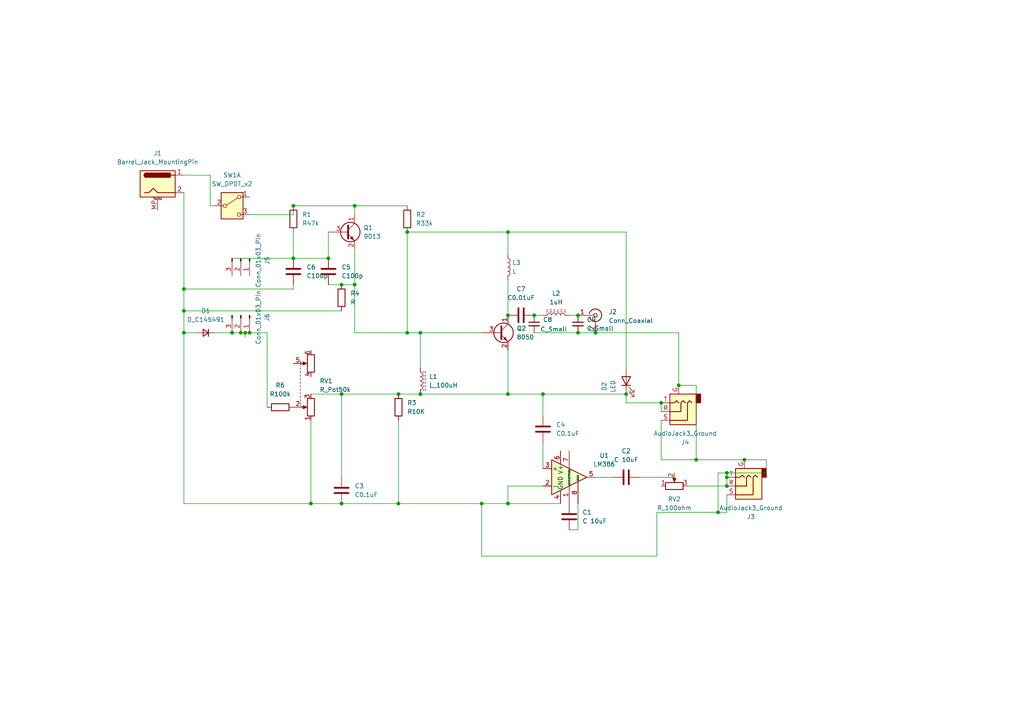
<source format=kicad_sch>
(kicad_sch (version 20231120) (generator "eeschema") (generator_version "8.0")
  (paper "A4")
  (lib_symbols
    (symbol "Amplifier_Audio:LM386" (pin_names (offset 0.127))
      (property "Reference" "U" (at 1.27 7.62 0))
      (property "Value" "LM386" (at 1.27 5.08 0))
      (symbol "LM386_0_1"
        (polyline (pts (xy 5.08 0) (xy -5.08 5.08) (xy -5.08 -5.08) (xy 5.08 0)) (stroke (width 0.254)) (fill (type background)))
      )
      (symbol "LM386_1_1"
        (pin input line (at 0 -7.62 90) (length 5.08) (name "GAIN") (number "1"))
        (pin input line (at -7.62 -2.54 0) (length 2.54) (name "-") (number "2"))
        (pin input line (at -7.62 2.54 0) (length 2.54) (name "+") (number "3"))
        (pin power_in line (at -2.54 -7.62 90) (length 3.81) (name "GND") (number "4"))
        (pin output line (at 7.62 0 180) (length 2.54) (name "~") (number "5"))
        (pin power_in line (at -2.54 7.62 270) (length 3.81) (name "V+") (number "6"))
        (pin input line (at 0 7.62 270) (length 5.08) (name "BYPASS") (number "7"))
        (pin input line (at 2.54 -7.62 90) (length 6.35) (name "GAIN") (number "8"))
      )
    )
    (symbol "Connector:Barrel_Jack_MountingPin" (pin_names hide)
      (property "Reference" "J" (at 0 5.334 0))
      (property "Value" "Barrel_Jack_MountingPin" (at 1.27 -6.35 0))
      (symbol "Barrel_Jack_MountingPin_0_1"
        (rectangle (start -5.08 3.81) (end 5.08 -3.81) (stroke (width 0.254)) (fill (type background)))
        (arc (start -3.302 3.175) (mid -3.9343 2.54) (end -3.302 1.905) (stroke (width 0.254)))
        (arc (start -3.302 3.175) (mid -3.9343 2.54) (end -3.302 1.905) (stroke (width 0.254)) (fill (type outline)))
        (polyline (pts (xy 5.08 2.54) (xy 3.81 2.54)) (stroke (width 0.254)))
        (polyline (pts (xy -3.81 -2.54) (xy -2.54 -2.54) (xy -1.27 -1.27) (xy 0 -2.54) (xy 2.54 -2.54) (xy 5.08 -2.54)) (stroke (width 0.254)))
        (rectangle (start 3.683 3.175) (end -3.302 1.905) (stroke (width 0.254)) (fill (type outline)))
      )
      (symbol "Barrel_Jack_MountingPin_1_1"
        (polyline (pts (xy -1.016 -4.572) (xy 1.016 -4.572)) (stroke (width 0.1524)))
        (text "Mounting" (at 0 -4.191 0) (effects (font (size 0.381 0.381))))
        (pin passive line (at 7.62 2.54 180) (length 2.54) (name "~") (number "1"))
        (pin passive line (at 7.62 -2.54 180) (length 2.54) (name "~") (number "2"))
        (pin passive line (at 0 -7.62 90) (length 3.048) (name "MountPin") (number "MP"))
      )
    )
    (symbol "Connector:Conn_01x03_Pin" (pin_names (offset 1.016) hide)
      (property "Reference" "J" (at 0 5.08 0))
      (property "Value" "Conn_01x03_Pin" (at 0 -5.08 0))
      (symbol "Conn_01x03_Pin_1_1"
        (polyline (pts (xy 1.27 -2.54) (xy 0.8636 -2.54)) (stroke (width 0.1524)))
        (polyline (pts (xy 1.27 0) (xy 0.8636 0)) (stroke (width 0.1524)))
        (polyline (pts (xy 1.27 2.54) (xy 0.8636 2.54)) (stroke (width 0.1524)))
        (rectangle (start 0.8636 -2.413) (end 0 -2.667) (stroke (width 0.1524)) (fill (type outline)))
        (rectangle (start 0.8636 0.127) (end 0 -0.127) (stroke (width 0.1524)) (fill (type outline)))
        (rectangle (start 0.8636 2.667) (end 0 2.413) (stroke (width 0.1524)) (fill (type outline)))
        (pin passive line (at 5.08 2.54 180) (length 3.81) (name "Pin_1") (number "1"))
        (pin passive line (at 5.08 0 180) (length 3.81) (name "Pin_2") (number "2"))
        (pin passive line (at 5.08 -2.54 180) (length 3.81) (name "Pin_3") (number "3"))
      )
    )
    (symbol "Connector:Conn_Coaxial" (pin_names (offset 1.016) hide)
      (property "Reference" "J" (at 0.254 3.048 0))
      (property "Value" "Conn_Coaxial" (at 2.921 0 90))
      (symbol "Conn_Coaxial_0_1"
        (arc (start -1.778 -0.508) (mid 0.2311 -1.8066) (end 1.778 0) (stroke (width 0.254)))
        (polyline (pts (xy -2.54 0) (xy -0.508 0)))
        (polyline (pts (xy 0 -2.54) (xy 0 -1.778)))
        (circle (center 0 0) (radius 0.508) (stroke (width 0.2032)))
        (arc (start 1.778 0) (mid 0.2099 1.8101) (end -1.778 0.508) (stroke (width 0.254)))
      )
      (symbol "Conn_Coaxial_1_1"
        (pin passive line (at -5.08 0 0) (length 2.54) (name "In") (number "1"))
        (pin passive line (at 0 -5.08 90) (length 2.54) (name "Ext") (number "2"))
      )
    )
    (symbol "Connector_Audio:AudioJack3_Ground"
      (property "Reference" "J" (at 0 8.89 0))
      (property "Value" "AudioJack3_Ground" (at 0 6.35 0))
      (symbol "AudioJack3_Ground_0_1"
        (rectangle (start -5.08 -2.54) (end -6.35 -5.08) (stroke (width 0.254)) (fill (type outline)))
        (polyline (pts (xy 0 -2.54) (xy 0.635 -3.175) (xy 1.27 -2.54) (xy 2.54 -2.54)) (stroke (width 0.254)))
        (polyline (pts (xy -1.905 -2.54) (xy -1.27 -3.175) (xy -0.635 -2.54) (xy -0.635 0) (xy 2.54 0)) (stroke (width 0.254)))
        (polyline (pts (xy 2.54 2.54) (xy -2.54 2.54) (xy -2.54 -2.54) (xy -3.175 -3.175) (xy -3.81 -2.54)) (stroke (width 0.254)))
        (rectangle (start 2.54 3.81) (end -5.08 -5.08) (stroke (width 0.254)) (fill (type background)))
      )
      (symbol "AudioJack3_Ground_1_1"
        (pin passive line (at 0 -7.62 90) (length 2.54) (name "~") (number "G"))
        (pin passive line (at 5.08 0 180) (length 2.54) (name "~") (number "R"))
        (pin passive line (at 5.08 2.54 180) (length 2.54) (name "~") (number "S"))
        (pin passive line (at 5.08 -2.54 180) (length 2.54) (name "~") (number "T"))
      )
    )
    (symbol "Device:C" (pin_numbers hide) (pin_names (offset 0.254))
      (property "Reference" "C" (at 0.635 2.54 0))
      (property "Value" "C" (at 0.635 -2.54 0))
      (symbol "C_0_1"
        (polyline (pts (xy -2.032 -0.762) (xy 2.032 -0.762)) (stroke (width 0.508)))
        (polyline (pts (xy -2.032 0.762) (xy 2.032 0.762)) (stroke (width 0.508)))
      )
      (symbol "C_1_1"
        (pin passive line (at 0 3.81 270) (length 2.794) (name "~") (number "1"))
        (pin passive line (at 0 -3.81 90) (length 2.794) (name "~") (number "2"))
      )
    )
    (symbol "Device:C_Small" (pin_numbers hide) (pin_names (offset 0.254) hide)
      (property "Reference" "C" (at 0.254 1.778 0))
      (property "Value" "C_Small" (at 0.254 -2.032 0))
      (symbol "C_Small_0_1"
        (polyline (pts (xy -1.524 -0.508) (xy 1.524 -0.508)) (stroke (width 0.3302)))
        (polyline (pts (xy -1.524 0.508) (xy 1.524 0.508)) (stroke (width 0.3048)))
      )
      (symbol "C_Small_1_1"
        (pin passive line (at 0 2.54 270) (length 2.032) (name "~") (number "1"))
        (pin passive line (at 0 -2.54 90) (length 2.032) (name "~") (number "2"))
      )
    )
    (symbol "Device:D_Small" (pin_numbers hide) (pin_names (offset 0.254) hide)
      (property "Reference" "D" (at -1.27 2.032 0))
      (property "Value" "D_Small" (at -3.81 -2.032 0))
      (symbol "D_Small_0_1"
        (polyline (pts (xy -0.762 -1.016) (xy -0.762 1.016)) (stroke (width 0.254)))
        (polyline (pts (xy -0.762 0) (xy 0.762 0)))
        (polyline (pts (xy 0.762 -1.016) (xy -0.762 0) (xy 0.762 1.016) (xy 0.762 -1.016)) (stroke (width 0.254)))
      )
      (symbol "D_Small_1_1"
        (pin passive line (at -2.54 0 0) (length 1.778) (name "K") (number "1"))
        (pin passive line (at 2.54 0 180) (length 1.778) (name "A") (number "2"))
      )
    )
    (symbol "Device:L" (pin_numbers hide) (pin_names (offset 1.016) hide)
      (property "Reference" "L" (at -1.27 0 90))
      (property "Value" "L" (at 1.905 0 90))
      (symbol "L_0_1"
        (arc (start 0 -2.54) (mid 0.6323 -1.905) (end 0 -1.27))
        (arc (start 0 -1.27) (mid 0.6323 -0.635) (end 0 0))
        (arc (start 0 0) (mid 0.6323 0.635) (end 0 1.27))
        (arc (start 0 1.27) (mid 0.6323 1.905) (end 0 2.54))
      )
      (symbol "L_1_1"
        (pin passive line (at 0 3.81 270) (length 1.27) (name "1") (number "1"))
        (pin passive line (at 0 -3.81 90) (length 1.27) (name "2") (number "2"))
      )
    )
    (symbol "Device:LED" (pin_numbers hide) (pin_names (offset 1.016) hide)
      (property "Reference" "D" (at 0 2.54 0))
      (property "Value" "LED" (at 0 -2.54 0))
      (symbol "LED_0_1"
        (polyline (pts (xy -1.27 -1.27) (xy -1.27 1.27)) (stroke (width 0.254)))
        (polyline (pts (xy -1.27 0) (xy 1.27 0)))
        (polyline (pts (xy 1.27 -1.27) (xy 1.27 1.27) (xy -1.27 0) (xy 1.27 -1.27)) (stroke (width 0.254)))
        (polyline (pts (xy -3.048 -0.762) (xy -4.572 -2.286) (xy -3.81 -2.286) (xy -4.572 -2.286) (xy -4.572 -1.524)))
        (polyline (pts (xy -1.778 -0.762) (xy -3.302 -2.286) (xy -2.54 -2.286) (xy -3.302 -2.286) (xy -3.302 -1.524)))
      )
      (symbol "LED_1_1"
        (pin passive line (at -3.81 0 0) (length 2.54) (name "K") (number "1"))
        (pin passive line (at 3.81 0 180) (length 2.54) (name "A") (number "2"))
      )
    )
    (symbol "Device:L_Ferrite" (pin_numbers hide) (pin_names (offset 1.016) hide)
      (property "Reference" "L" (at -1.27 0 90))
      (property "Value" "L_Ferrite" (at 2.794 0 90))
      (symbol "L_Ferrite_0_1"
        (arc (start 0 -2.54) (mid 0.6323 -1.905) (end 0 -1.27))
        (arc (start 0 -1.27) (mid 0.6323 -0.635) (end 0 0))
        (polyline (pts (xy 1.016 -2.794) (xy 1.016 -2.286)))
        (polyline (pts (xy 1.016 -1.778) (xy 1.016 -1.27)))
        (polyline (pts (xy 1.016 -0.762) (xy 1.016 -0.254)))
        (polyline (pts (xy 1.016 0.254) (xy 1.016 0.762)))
        (polyline (pts (xy 1.016 1.27) (xy 1.016 1.778)))
        (polyline (pts (xy 1.016 2.286) (xy 1.016 2.794)))
        (polyline (pts (xy 1.524 -2.286) (xy 1.524 -2.794)))
        (polyline (pts (xy 1.524 -1.27) (xy 1.524 -1.778)))
        (polyline (pts (xy 1.524 -0.254) (xy 1.524 -0.762)))
        (polyline (pts (xy 1.524 0.762) (xy 1.524 0.254)))
        (polyline (pts (xy 1.524 1.778) (xy 1.524 1.27)))
        (polyline (pts (xy 1.524 2.794) (xy 1.524 2.286)))
        (arc (start 0 0) (mid 0.6323 0.635) (end 0 1.27))
        (arc (start 0 1.27) (mid 0.6323 1.905) (end 0 2.54))
      )
      (symbol "L_Ferrite_1_1"
        (pin passive line (at 0 3.81 270) (length 1.27) (name "1") (number "1"))
        (pin passive line (at 0 -3.81 90) (length 1.27) (name "2") (number "2"))
      )
    )
    (symbol "Device:R" (pin_numbers hide) (pin_names (offset 0))
      (property "Reference" "R" (at 2.032 0 90))
      (property "Value" "R" (at 0 0 90))
      (symbol "R_0_1"
        (rectangle (start -1.016 -2.54) (end 1.016 2.54) (stroke (width 0.254)))
      )
      (symbol "R_1_1"
        (pin passive line (at 0 3.81 270) (length 1.27) (name "~") (number "1"))
        (pin passive line (at 0 -3.81 90) (length 1.27) (name "~") (number "2"))
      )
    )
    (symbol "Device:R_Potentiometer" (pin_names (offset 1.016) hide)
      (property "Reference" "RV" (at -4.445 0 90))
      (property "Value" "R_Potentiometer" (at -2.54 0 90))
      (symbol "R_Potentiometer_0_1"
        (polyline (pts (xy 2.54 0) (xy 1.524 0)))
        (polyline (pts (xy 1.143 0) (xy 2.286 0.508) (xy 2.286 -0.508) (xy 1.143 0)) (fill (type outline)))
        (rectangle (start 1.016 2.54) (end -1.016 -2.54) (stroke (width 0.254)))
      )
      (symbol "R_Potentiometer_1_1"
        (pin passive line (at 0 3.81 270) (length 1.27) (name "1") (number "1"))
        (pin passive line (at 3.81 0 180) (length 1.27) (name "2") (number "2"))
        (pin passive line (at 0 -3.81 90) (length 1.27) (name "3") (number "3"))
      )
    )
    (symbol "Device:R_Potentiometer_Dual" (pin_names (offset 1.016) hide)
      (property "Reference" "RV" (at 0 3.81 0))
      (property "Value" "R_Potentiometer_Dual" (at 0 1.905 0))
      (symbol "R_Potentiometer_Dual_0_1"
        (rectangle (start -8.89 -1.524) (end -3.81 -3.556) (stroke (width 0.254)))
        (polyline (pts (xy -6.35 0) (xy -6.35 -1.016)))
        (polyline (pts (xy -6.35 0) (xy -6.35 -1.016)))
        (polyline (pts (xy -6.35 0) (xy -5.842 0.508)))
        (polyline (pts (xy -5.588 0.508) (xy -5.08 0.508)))
        (polyline (pts (xy -4.572 0.508) (xy -4.064 0.508)))
        (polyline (pts (xy -3.556 0.508) (xy -3.048 0.508)))
        (polyline (pts (xy -2.54 0.508) (xy -2.032 0.508)))
        (polyline (pts (xy -1.524 0.508) (xy -1.016 0.508)))
        (polyline (pts (xy -0.508 0.508) (xy 0 0.508)))
        (polyline (pts (xy 0.508 0.508) (xy 1.016 0.508)))
        (polyline (pts (xy 1.524 0.508) (xy 2.032 0.508)))
        (polyline (pts (xy 2.54 0.508) (xy 3.048 0.508)))
        (polyline (pts (xy 3.556 0.508) (xy 4.064 0.508)))
        (polyline (pts (xy 4.572 0.508) (xy 5.08 0.508)))
        (polyline (pts (xy 5.588 0.508) (xy 6.096 0.508)))
        (polyline (pts (xy 6.35 0) (xy 6.35 -1.016)))
        (polyline (pts (xy 6.35 0) (xy 6.35 -1.016)))
        (polyline (pts (xy 6.604 0.508) (xy 6.858 0.508) (xy 6.35 0)))
        (polyline (pts (xy -6.35 -1.397) (xy -6.858 -0.254) (xy -5.842 -0.254) (xy -6.35 -1.397)) (fill (type outline)))
        (polyline (pts (xy 6.35 -1.397) (xy 5.842 -0.254) (xy 6.858 -0.254) (xy 6.35 -1.397)) (fill (type outline)))
        (rectangle (start 3.81 -1.524) (end 8.89 -3.556) (stroke (width 0.254)))
      )
      (symbol "R_Potentiometer_Dual_1_1"
        (pin passive line (at -10.16 -2.54 0) (length 1.27) (name "1") (number "1"))
        (pin passive line (at -6.35 2.54 270) (length 2.54) (name "2") (number "2"))
        (pin passive line (at -2.54 -2.54 180) (length 1.27) (name "3") (number "3"))
        (pin passive line (at 2.54 -2.54 0) (length 1.27) (name "4") (number "4"))
        (pin passive line (at 6.35 2.54 270) (length 2.54) (name "5") (number "5"))
        (pin passive line (at 10.16 -2.54 180) (length 1.27) (name "6") (number "6"))
      )
    )
    (symbol "Switch:SW_DPDT_x2" (pin_names (offset 0) hide)
      (property "Reference" "SW" (at 0 5.08 0))
      (property "Value" "SW_DPDT_x2" (at 0 -5.08 0))
      (symbol "SW_DPDT_x2_0_0"
        (circle (center -2.032 0) (radius 0.508))
        (circle (center 2.032 -2.54) (radius 0.508))
      )
      (symbol "SW_DPDT_x2_0_1"
        (rectangle (start -3.175 3.81) (end 3.175 -3.81) (stroke (width 0.254)) (fill (type background)))
        (polyline (pts (xy -1.524 0.254) (xy 1.5748 2.286)))
        (circle (center 2.032 2.54) (radius 0.508))
      )
      (symbol "SW_DPDT_x2_1_1"
        (pin passive line (at 5.08 2.54 180) (length 2.54) (name "A") (number "1"))
        (pin passive line (at -5.08 0 0) (length 2.54) (name "B") (number "2"))
        (pin passive line (at 5.08 -2.54 180) (length 2.54) (name "C") (number "3"))
      )
      (symbol "SW_DPDT_x2_2_1"
        (pin passive line (at 5.08 2.54 180) (length 2.54) (name "A") (number "4"))
        (pin passive line (at -5.08 0 0) (length 2.54) (name "B") (number "5"))
        (pin passive line (at 5.08 -2.54 180) (length 2.54) (name "C") (number "6"))
      )
    )
    (symbol "Transistor_BJT:BF199" (pin_names (offset 0) hide)
      (property "Reference" "Q" (at 5.08 1.905 0))
      (property "Value" "BF199" (at 5.08 0 0))
      (symbol "BF199_0_1"
        (polyline (pts (xy 0.635 0.635) (xy 2.54 2.54)))
        (polyline (pts (xy 0.635 -0.635) (xy 2.54 -2.54) (xy 2.54 -2.54)))
        (polyline (pts (xy 0.635 1.905) (xy 0.635 -1.905) (xy 0.635 -1.905)) (stroke (width 0.508)))
        (polyline (pts (xy 1.27 -1.778) (xy 1.778 -1.27) (xy 2.286 -2.286) (xy 1.27 -1.778) (xy 1.27 -1.778)) (fill (type outline)))
        (circle (center 1.27 0) (radius 2.8194) (stroke (width 0.254)))
      )
      (symbol "BF199_1_1"
        (pin passive line (at 2.54 5.08 270) (length 2.54) (name "C") (number "1"))
        (pin passive line (at 2.54 -5.08 90) (length 2.54) (name "E") (number "2"))
        (pin input line (at -5.08 0 0) (length 5.715) (name "B") (number "3"))
      )
    )
  )
  (junction (at 118.11 67.31))
  (junction (at 121.92 114.3))
  (junction (at 208.28 148.59))
  (junction (at 102.87 82.55))
  (junction (at 172.72 96.52))
  (junction (at 99.06 146.05))
  (junction (at 196.85 111.76))
  (junction (at 99.06 114.3))
  (junction (at 115.57 114.3))
  (junction (at 210.82 137.16))
  (junction (at 85.09 59.69))
  (junction (at 157.48 114.3))
  (junction (at 147.32 91.44))
  (junction (at 53.34 83.82))
  (junction (at 210.82 138.43))
  (junction (at 181.61 114.3))
  (junction (at 121.92 96.52))
  (junction (at 102.87 59.69))
  (junction (at 139.7 146.05))
  (junction (at 53.34 96.52))
  (junction (at 67.31 96.52))
  (junction (at 53.34 90.17))
  (junction (at 147.32 146.05))
  (junction (at 71.12 96.52))
  (junction (at 154.94 91.44))
  (junction (at 167.64 96.52))
  (junction (at 215.9 133.35))
  (junction (at 69.85 96.52))
  (junction (at 95.25 74.93))
  (junction (at 210.82 140.97))
  (junction (at 90.17 146.05))
  (junction (at 191.77 116.84))
  (junction (at 201.93 133.35))
  (junction (at 147.32 114.3))
  (junction (at 147.32 67.31))
  (junction (at 85.09 74.93))
  (junction (at 118.11 96.52))
  (junction (at 115.57 146.05))
  (junction (at 167.64 91.44))
  (junction (at 72.39 96.52))
  (junction (at 99.06 82.55))
  (wire (pts (xy 53.34 83.82) (xy 53.34 55.88)))
  (wire (pts (xy 102.87 96.52) (xy 118.11 96.52)))
  (wire (pts (xy 191.77 121.92) (xy 191.77 133.35)))
  (wire (pts (xy 102.87 59.69) (xy 118.11 59.69)))
  (wire (pts (xy 195.58 138.43) (xy 195.58 137.16)))
  (wire (pts (xy 201.93 111.76) (xy 196.85 111.76)))
  (wire (pts (xy 190.5 161.29) (xy 139.7 161.29)))
  (wire (pts (xy 181.61 106.68) (xy 181.61 67.31)))
  (wire (pts (xy 147.32 101.6) (xy 147.32 114.3)))
  (wire (pts (xy 62.23 96.52) (xy 67.31 96.52)))
  (wire (pts (xy 99.06 82.55) (xy 102.87 82.55)))
  (wire (pts (xy 210.82 137.16) (xy 208.28 137.16)))
  (wire (pts (xy 196.85 96.52) (xy 196.85 111.76)))
  (wire (pts (xy 90.17 146.05) (xy 99.06 146.05)))
  (wire (pts (xy 60.96 59.69) (xy 62.23 59.69)))
  (wire (pts (xy 60.96 50.8) (xy 60.96 59.69)))
  (wire (pts (xy 154.94 91.44) (xy 157.48 91.44)))
  (wire (pts (xy 95.25 67.31) (xy 95.25 74.93)))
  (wire (pts (xy 147.32 140.97) (xy 147.32 146.05)))
  (wire (pts (xy 121.92 114.3) (xy 147.32 114.3)))
  (wire (pts (xy 215.9 133.35) (xy 201.93 133.35)))
  (wire (pts (xy 118.11 67.31) (xy 118.11 96.52)))
  (wire (pts (xy 115.57 146.05) (xy 139.7 146.05)))
  (wire (pts (xy 210.82 140.97) (xy 210.82 138.43)))
  (wire (pts (xy 95.25 74.93) (xy 85.09 74.93)))
  (wire (pts (xy 210.82 148.59) (xy 208.28 148.59)))
  (wire (pts (xy 208.28 137.16) (xy 208.28 148.59)))
  (wire (pts (xy 157.48 140.97) (xy 147.32 140.97)))
  (wire (pts (xy 85.09 59.69) (xy 102.87 59.69)))
  (wire (pts (xy 167.64 153.67) (xy 167.64 146.05)))
  (wire (pts (xy 115.57 114.3) (xy 121.92 114.3)))
  (wire (pts (xy 222.25 133.35) (xy 222.25 137.16)))
  (wire (pts (xy 147.32 67.31) (xy 118.11 67.31)))
  (wire (pts (xy 85.09 62.23) (xy 85.09 59.69)))
  (wire (pts (xy 90.17 121.92) (xy 90.17 146.05)))
  (wire (pts (xy 99.06 146.05) (xy 115.57 146.05)))
  (wire (pts (xy 72.39 62.23) (xy 85.09 62.23)))
  (wire (pts (xy 181.61 114.3) (xy 157.48 114.3)))
  (wire (pts (xy 208.28 148.59) (xy 190.5 148.59)))
  (wire (pts (xy 181.61 67.31) (xy 147.32 67.31)))
  (wire (pts (xy 191.77 133.35) (xy 201.93 133.35)))
  (wire (pts (xy 90.17 114.3) (xy 99.06 114.3)))
  (wire (pts (xy 121.92 96.52) (xy 139.7 96.52)))
  (wire (pts (xy 71.12 96.52) (xy 72.39 96.52)))
  (wire (pts (xy 71.12 96.52) (xy 69.85 96.52)))
  (wire (pts (xy 85.09 74.93) (xy 85.09 67.31)))
  (wire (pts (xy 165.1 153.67) (xy 167.64 153.67)))
  (wire (pts (xy 147.32 114.3) (xy 157.48 114.3)))
  (wire (pts (xy 139.7 161.29) (xy 139.7 146.05)))
  (wire (pts (xy 102.87 72.39) (xy 102.87 82.55)))
  (wire (pts (xy 53.34 146.05) (xy 53.34 96.52)))
  (wire (pts (xy 99.06 90.17) (xy 53.34 90.17)))
  (wire (pts (xy 191.77 116.84) (xy 191.77 119.38)))
  (wire (pts (xy 215.9 133.35) (xy 222.25 133.35)))
  (wire (pts (xy 222.25 137.16) (xy 210.82 137.16)))
  (wire (pts (xy 167.64 96.52) (xy 172.72 96.52)))
  (wire (pts (xy 210.82 143.51) (xy 210.82 148.59)))
  (wire (pts (xy 157.48 114.3) (xy 157.48 120.65)))
  (wire (pts (xy 67.31 74.93) (xy 85.09 74.93)))
  (wire (pts (xy 172.72 96.52) (xy 196.85 96.52)))
  (wire (pts (xy 95.25 82.55) (xy 99.06 82.55)))
  (wire (pts (xy 181.61 116.84) (xy 181.61 114.3)))
  (wire (pts (xy 71.12 97.79) (xy 71.12 96.52)))
  (wire (pts (xy 99.06 114.3) (xy 99.06 138.43)))
  (wire (pts (xy 102.87 82.55) (xy 102.87 96.52)))
  (wire (pts (xy 157.48 128.27) (xy 157.48 135.89)))
  (wire (pts (xy 147.32 67.31) (xy 147.32 73.66)))
  (wire (pts (xy 115.57 121.92) (xy 115.57 146.05)))
  (wire (pts (xy 121.92 106.68) (xy 121.92 96.52)))
  (wire (pts (xy 154.94 96.52) (xy 167.64 96.52)))
  (wire (pts (xy 190.5 148.59) (xy 190.5 161.29)))
  (wire (pts (xy 99.06 114.3) (xy 115.57 114.3)))
  (wire (pts (xy 199.39 140.97) (xy 210.82 140.97)))
  (wire (pts (xy 53.34 83.82) (xy 53.34 90.17)))
  (wire (pts (xy 72.39 96.52) (xy 77.47 96.52)))
  (wire (pts (xy 147.32 146.05) (xy 162.56 146.05)))
  (wire (pts (xy 182.88 114.3) (xy 182.88 113.03)))
  (wire (pts (xy 53.34 50.8) (xy 60.96 50.8)))
  (wire (pts (xy 201.93 111.76) (xy 201.93 133.35)))
  (wire (pts (xy 147.32 81.28) (xy 147.32 91.44)))
  (wire (pts (xy 67.31 96.52) (xy 69.85 96.52)))
  (wire (pts (xy 191.77 116.84) (xy 181.61 116.84)))
  (wire (pts (xy 118.11 96.52) (xy 121.92 96.52)))
  (wire (pts (xy 53.34 90.17) (xy 53.34 96.52)))
  (wire (pts (xy 172.72 138.43) (xy 177.8 138.43)))
  (wire (pts (xy 102.87 59.69) (xy 102.87 62.23)))
  (wire (pts (xy 185.42 138.43) (xy 195.58 138.43)))
  (wire (pts (xy 210.82 137.16) (xy 210.82 138.43)))
  (wire (pts (xy 139.7 146.05) (xy 147.32 146.05)))
  (wire (pts (xy 77.47 96.52) (xy 77.47 118.11)))
  (wire (pts (xy 53.34 146.05) (xy 90.17 146.05)))
  (wire (pts (xy 53.34 83.82) (xy 85.09 83.82)))
  (wire (pts (xy 53.34 96.52) (xy 57.15 96.52)))
  (wire (pts (xy 165.1 91.44) (xy 167.64 91.44)))
  (wire (pts (xy 85.09 82.55) (xy 85.09 83.82)))
  (symbol (lib_id "Device:R") (at 115.57 118.11 0) (unit 1)
    (property "Reference" "R3" (at 118.11 116.8399 0) (effects (justify left)))
    (property "Value" "R10K" (at 118.11 119.3799 0) (effects (justify left)))
    (property "Footprint" "Resistor_SMD:R_1210_3225Metric" (effects (hide yes)))
    (property "Description" "Resistor" (effects (hide yes)))
  )
  (symbol (lib_id "Transistor_BJT:BF199") (at 100.33 67.31 0) (unit 1)
    (property "Reference" "Q1" (at 105.41 66.0399 0) (effects (justify left)))
    (property "Value" "9013" (at 105.41 68.5799 0) (effects (justify left)))
    (property "Footprint" "Package_TO_SOT_THT:TO-92_Inline" (effects (hide yes)))
    (property "Datasheet" "http://www.micropik.com/PDF/BF199.pdf" (effects (hide yes)))
    (property "Description" "50mA Ic, 25V Vce, NPN Radio Frequency Transistor, TO-220" (effects (hide yes)))
  )
  (symbol (lib_id "Device:C") (at 95.25 78.74 0) (unit 1)
    (property "Reference" "C5" (at 99.06 77.4699 0) (effects (justify left)))
    (property "Value" "C100p" (at 99.06 80.0099 0) (effects (justify left)))
    (property "Footprint" "Capacitor_SMD:C_0201_0603Metric" (effects (hide yes)))
    (property "Description" "Unpolarized capacitor" (effects (hide yes)))
  )
  (symbol (lib_id "Transistor_BJT:BF199") (at 144.78 96.52 0) (unit 1)
    (property "Reference" "Q2" (at 149.86 95.2499 0) (effects (justify left)))
    (property "Value" "8050" (at 149.86 97.7899 0) (effects (justify left)))
    (property "Footprint" "Package_TO_SOT_THT:TO-92_Inline" (effects (hide yes)))
    (property "Datasheet" "http://www.micropik.com/PDF/BF199.pdf" (effects (hide yes)))
    (property "Description" "50mA Ic, 25V Vce, NPN Radio Frequency Transistor, TO-220" (effects (hide yes)))
  )
  (symbol (lib_id "Device:R") (at 118.11 63.5 0) (unit 1)
    (property "Reference" "R2" (at 120.65 62.2299 0) (effects (justify left)))
    (property "Value" "R33k" (at 120.65 64.7699 0) (effects (justify left)))
    (property "Footprint" "Resistor_SMD:R_1210_3225Metric" (effects (hide yes)))
    (property "Description" "Resistor" (effects (hide yes)))
  )
  (symbol (lib_id "Device:C_Small") (at 154.94 93.98 0) (unit 1)
    (property "Reference" "C8" (at 157.48 92.7162 0) (effects (justify left)))
    (property "Value" "C_Small" (at 156.718 95.504 0) (effects (justify left)))
    (property "Footprint" "Capacitor_SMD:C_0402_1005Metric" (effects (hide yes)))
    (property "Description" "Unpolarized capacitor, small symbol" (effects (hide yes)))
  )
  (symbol (lib_id "Connector:Conn_01x03_Pin") (at 69.85 91.44 270) (unit 1)
    (property "Reference" "J6" (at 77.47 92.075 0))
    (property "Value" "Conn_01x03_Pin" (at 74.93 92.075 0))
    (property "Footprint" "Connector_Hirose:Hirose_DF13-03P-1.25DSA_1x03_P1.25mm_Vertical" (effects (hide yes)))
    (property "Description" "Generic connector, single row, 01x03, script generated" (effects (hide yes)))
  )
  (symbol (lib_id "Device:C") (at 181.61 138.43 90) (unit 1)
    (property "Reference" "C2" (at 181.61 130.81 90))
    (property "Value" "C 10uF" (at 181.61 133.35 90))
    (property "Footprint" "Capacitor_SMD:C_0805_2012Metric" (effects (hide yes)))
    (property "Description" "Unpolarized capacitor" (effects (hide yes)))
  )
  (symbol (lib_id "Device:C") (at 165.1 149.86 0) (unit 1)
    (property "Reference" "C1" (at 168.91 148.5899 0) (effects (justify left)))
    (property "Value" "C 10uF" (at 168.91 151.1299 0) (effects (justify left)))
    (property "Footprint" "Capacitor_SMD:C_0805_2012Metric" (effects (hide yes)))
    (property "Description" "Unpolarized capacitor" (effects (hide yes)))
  )
  (symbol (lib_id "Device:C_Small") (at 167.64 93.98 0) (unit 1)
    (property "Reference" "C9" (at 170.18 92.7162 0) (effects (justify left)))
    (property "Value" "C_Small" (at 170.18 95.2562 0) (effects (justify left)))
    (property "Footprint" "Capacitor_SMD:C_0402_1005Metric" (effects (hide yes)))
    (property "Description" "Unpolarized capacitor, small symbol" (effects (hide yes)))
  )
  (symbol (lib_id "Device:R") (at 81.28 118.11 90) (unit 1)
    (property "Reference" "R6" (at 81.28 111.76 90))
    (property "Value" "R100k" (at 81.28 114.3 90))
    (property "Footprint" "Resistor_THT:R_Axial_DIN0414_L11.9mm_D4.5mm_P15.24mm_Horizontal" (effects (hide yes)))
    (property "Description" "Resistor" (effects (hide yes)))
  )
  (symbol (lib_id "Connector:Conn_01x03_Pin") (at 69.85 74.93 270) (unit 1)
    (property "Reference" "J5" (at 77.47 75.565 0))
    (property "Value" "Conn_01x03_Pin" (at 74.93 75.565 0))
    (property "Description" "Generic connector, single row, 01x03, script generated" (effects (hide yes)))
  )
  (symbol (lib_id "Connector_Audio:AudioJack3_Ground") (at 215.9 140.97 180) (unit 1)
    (property "Reference" "J3" (at 217.805 149.86 0))
    (property "Value" "AudioJack3_Ground" (at 217.805 147.32 0))
    (property "Footprint" "Connector_Audio:Jack_3.5mm_KoreanHropartsElec_PJ-320D-4A_Horizontal" (effects (hide yes)))
    (property "Description" "Audio Jack, 3 Poles (Stereo / TRS), Grounded Sleeve" (effects (hide yes)))
  )
  (symbol (lib_id "Device:C") (at 99.06 142.24 0) (unit 1)
    (property "Reference" "C3" (at 102.87 140.9699 0) (effects (justify left)))
    (property "Value" "C0.1uF" (at 102.87 143.5099 0) (effects (justify left)))
    (property "Footprint" "Capacitor_SMD:C_0603_1608Metric" (effects (hide yes)))
    (property "Description" "Unpolarized capacitor" (effects (hide yes)))
  )
  (symbol (lib_id "Connector:Barrel_Jack_MountingPin") (at 45.72 53.34 0) (unit 1)
    (property "Reference" "J1" (at 45.72 44.45 0))
    (property "Value" "Barrel_Jack_MountingPin" (at 45.72 46.99 0))
    (property "Footprint" "Connector_BarrelJack:BarrelJack_Wuerth_6941xx301002" (effects (hide yes)))
    (property "Description" "DC Barrel Jack with a mounting pin" (effects (hide yes)))
  )
  (symbol (lib_id "Device:R_Potentiometer") (at 195.58 140.97 90) (unit 1)
    (property "Reference" "RV2" (at 195.58 144.78 90))
    (property "Value" "R_100ohm" (at 195.58 147.32 90))
    (property "Footprint" "Potentiometer_THT:Potentiometer_Bourns_3296X_Horizontal" (effects (hide yes)))
    (property "Description" "Potentiometer" (effects (hide yes)))
  )
  (symbol (lib_id "Device:C") (at 157.48 124.46 0) (unit 1)
    (property "Reference" "C4" (at 161.29 123.1899 0) (effects (justify left)))
    (property "Value" "C0.1uF" (at 161.29 125.7299 0) (effects (justify left)))
    (property "Footprint" "Capacitor_SMD:C_0603_1608Metric" (effects (hide yes)))
    (property "Description" "Unpolarized capacitor" (effects (hide yes)))
  )
  (symbol (lib_id "Device:L_Ferrite") (at 121.92 110.49 0) (unit 1)
    (property "Reference" "L1" (at 124.46 109.2199 0) (effects (justify left)))
    (property "Value" "L_100uH" (at 124.46 111.7599 0) (effects (justify left)))
    (property "Footprint" "Inductor_SMD:L_10.4x10.4_H4.8" (effects (hide yes)))
    (property "Description" "Inductor with ferrite core" (effects (hide yes)))
  )
  (symbol (lib_id "Switch:SW_DPDT_x2") (at 67.31 59.69 0) (unit 1)
    (property "Reference" "SW1" (at 67.31 50.8 0))
    (property "Value" "SW_DPDT_x2" (at 67.31 53.34 0))
    (property "Footprint" "Button_Switch_THT:SW_CK_JS202011CQN_DPDT_Straight" (effects (hide yes)))
    (property "Description" "Switch, dual pole double throw, separate symbols" (effects (hide yes)))
  )
  (symbol (lib_id "Device:C") (at 151.13 91.44 270) (unit 1)
    (property "Reference" "C7" (at 151.13 83.82 90))
    (property "Value" "C0.01uF" (at 151.13 86.36 90))
    (property "Footprint" "Capacitor_THT:C_Disc_D5.1mm_W3.2mm_P5.00mm" (effects (hide yes)))
    (property "Description" "Unpolarized capacitor" (effects (hide yes)))
  )
  (symbol (lib_id "Device:L_Ferrite") (at 161.29 91.44 90) (unit 1)
    (property "Reference" "L2" (at 161.29 85.09 90))
    (property "Value" "1uH" (at 161.29 87.63 90))
    (property "Footprint" "Inductor_SMD:L_Taiyo-Yuden_MD-4040" (effects (hide yes)))
    (property "Description" "Inductor with ferrite core" (effects (hide yes)))
  )
  (symbol (lib_id "Device:D_Small") (at 59.69 96.52 180) (unit 1)
    (property "Reference" "D1" (at 59.69 90.17 0))
    (property "Value" "D_C145491" (at 59.69 92.71 0))
    (property "Footprint" "Diode_THT:D_DO-41_SOD81_P7.62mm_Horizontal" (effects (hide yes)))
    (property "Description" "Diode, small symbol" (effects (hide yes)))
    (property "Sim.Device" "D" (effects (hide yes)))
    (property "Sim.Pins" "1=K 2=A" (effects (hide yes)))
  )
  (symbol (lib_id "Device:C") (at 85.09 78.74 0) (unit 1)
    (property "Reference" "C6" (at 88.9 77.4699 0) (effects (justify left)))
    (property "Value" "C100p" (at 88.9 80.0099 0) (effects (justify left)))
    (property "Footprint" "Capacitor_SMD:C_0201_0603Metric" (effects (hide yes)))
    (property "Description" "Unpolarized capacitor" (effects (hide yes)))
  )
  (symbol (lib_id "Device:LED") (at 181.61 110.49 90) (unit 1)
    (property "Reference" "D2" (at 175.26 112.0775 0))
    (property "Value" "LED" (at 177.8 112.0775 0))
    (property "Footprint" "LED_SMD:LED_0402_1005Metric" (effects (hide yes)))
    (property "Description" "Light emitting diode" (effects (hide yes)))
  )
  (symbol (lib_id "Connector:Conn_Coaxial") (at 172.72 91.44 0) (unit 1)
    (property "Reference" "J2" (at 176.53 90.4631 0) (effects (justify left)))
    (property "Value" "Conn_Coaxial" (at 176.53 93.0031 0) (effects (justify left)))
    (property "Footprint" "Connector_Coaxial:BNC_Amphenol_B6252HB-NPP3G-50_Horizontal" (effects (hide yes)))
    (property "Description" "coaxial connector (BNC, SMA, SMB, SMC, Cinch/RCA, LEMO, ...)" (effects (hide yes)))
  )
  (symbol (lib_id "Device:R") (at 99.06 86.36 0) (unit 1)
    (property "Reference" "R4" (at 101.6 85.0899 0) (effects (justify left)))
    (property "Value" "R" (at 101.6 87.6299 0) (effects (justify left)))
    (property "Footprint" "Resistor_SMD:R_2512_6332Metric" (effects (hide yes)))
    (property "Description" "Resistor" (effects (hide yes)))
  )
  (symbol (lib_id "Device:R") (at 85.09 63.5 0) (unit 1)
    (property "Reference" "R1" (at 87.63 62.2299 0) (effects (justify left)))
    (property "Value" "R47k" (at 87.63 64.7699 0) (effects (justify left)))
    (property "Footprint" "Resistor_SMD:R_2512_6332Metric" (effects (hide yes)))
    (property "Description" "Resistor" (effects (hide yes)))
  )
  (symbol (lib_id "Device:R_Potentiometer_Dual") (at 87.63 111.76 90) (unit 1)
    (property "Reference" "RV1" (at 92.71 110.4899 90) (effects (justify right)))
    (property "Value" "R_Pot50k" (at 92.71 113.0299 90) (effects (justify right)))
    (property "Footprint" "Potentiometer_THT:Potentiometer_Alps_RK163_Dual_Horizontal" (effects (hide yes)))
    (property "Description" "Dual potentiometer" (effects (hide yes)))
  )
  (symbol (lib_id "Device:L") (at 147.32 77.47 0) (unit 1)
    (property "Reference" "L3" (at 148.59 76.1999 0) (effects (justify left)))
    (property "Value" "L" (at 148.59 78.7399 0) (effects (justify left)))
    (property "Footprint" "Inductor_SMD:L_10.4x10.4_H4.8" (effects (hide yes)))
    (property "Description" "Inductor" (effects (hide yes)))
  )
  (symbol (lib_id "Amplifier_Audio:LM386") (at 165.1 138.43 0) (unit 1)
    (property "Reference" "U1" (at 175.26 132.1114 0))
    (property "Value" "LM386" (at 175.26 134.6514 0))
    (property "Footprint" "Package_DIP:DIP-8_W7.62mm_SMDSocket_SmallPads" (effects (hide yes)))
    (property "Datasheet" "http://www.ti.com/lit/ds/symlink/lm386.pdf" (effects (hide yes)))
    (property "Description" "Low Voltage Audio Power Amplifier, DIP-8/SOIC-8/SSOP-8" (effects (hide yes)))
  )
  (symbol (lib_id "Connector_Audio:AudioJack3_Ground") (at 196.85 119.38 180) (unit 1)
    (property "Reference" "J4" (at 198.755 128.27 0))
    (property "Value" "AudioJack3_Ground" (at 198.755 125.73 0))
    (property "Footprint" "Connector_Audio:Jack_3.5mm_KoreanHropartsElec_PJ-320D-4A_Horizontal" (effects (hide yes)))
    (property "Description" "Audio Jack, 3 Poles (Stereo / TRS), Grounded Sleeve" (effects (hide yes)))
  )
)
</source>
